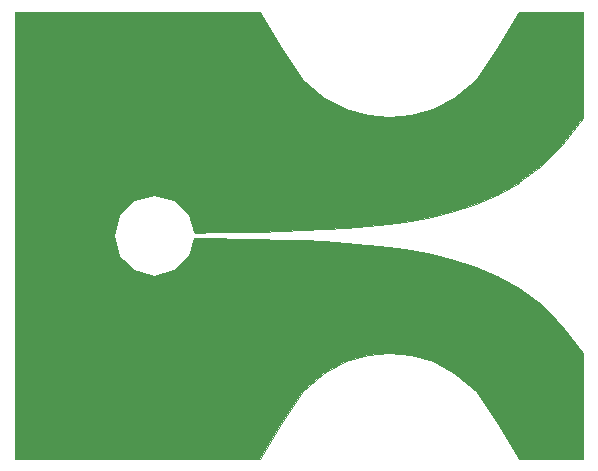
<source format=gbl>
G04 (created by PCBNEW (2013-june-11)-stable) date Mon 30 Oct 2017 03:43:58 PM CET*
%MOIN*%
G04 Gerber Fmt 3.4, Leading zero omitted, Abs format*
%FSLAX34Y34*%
G01*
G70*
G90*
G04 APERTURE LIST*
%ADD10C,0.00590551*%
%ADD11R,0.19685X0.0589*%
%ADD12C,0.038189*%
%ADD13C,0.01*%
%ADD14C,0.0011811*%
G04 APERTURE END LIST*
G54D10*
G54D11*
X71292Y-57272D03*
X71292Y-60501D03*
G54D12*
X72731Y-60602D03*
X72731Y-57137D03*
G54D13*
X71292Y-57272D02*
X71425Y-57139D01*
X71425Y-57139D02*
X72731Y-57137D01*
G54D10*
G36*
X89251Y-61258D02*
X87103Y-61258D01*
X86396Y-60099D01*
X85674Y-58998D01*
X84951Y-58387D01*
X84229Y-58011D01*
X83507Y-57804D01*
X82784Y-57738D01*
X82062Y-57804D01*
X81340Y-58011D01*
X80617Y-58387D01*
X79895Y-58998D01*
X79173Y-60099D01*
X78465Y-61258D01*
X70315Y-61258D01*
X70315Y-46355D01*
X78465Y-46355D01*
X79172Y-47514D01*
X79895Y-48615D01*
X80617Y-49226D01*
X81340Y-49601D01*
X82062Y-49809D01*
X82784Y-49876D01*
X83507Y-49809D01*
X84229Y-49601D01*
X84951Y-49226D01*
X85674Y-48615D01*
X86396Y-47514D01*
X87104Y-46355D01*
X89251Y-46355D01*
X89251Y-49895D01*
X88551Y-50800D01*
X88550Y-50802D01*
X87831Y-51508D01*
X87829Y-51510D01*
X87111Y-52045D01*
X87108Y-52046D01*
X86390Y-52454D01*
X86388Y-52454D01*
X85669Y-52764D01*
X85667Y-52765D01*
X84948Y-53000D01*
X84946Y-53000D01*
X84226Y-53179D01*
X84224Y-53179D01*
X83505Y-53315D01*
X83505Y-53315D01*
X82784Y-53419D01*
X82783Y-53419D01*
X82063Y-53497D01*
X82062Y-53497D01*
X81342Y-53557D01*
X81341Y-53557D01*
X80620Y-53602D01*
X79899Y-53637D01*
X79178Y-53663D01*
X79177Y-53663D01*
X78456Y-53683D01*
X77735Y-53698D01*
X77014Y-53709D01*
X76313Y-53718D01*
X76292Y-53702D01*
X76118Y-53135D01*
X75626Y-52642D01*
X74954Y-52462D01*
X74281Y-52642D01*
X73790Y-53135D01*
X73609Y-53798D01*
X73609Y-53816D01*
X73790Y-54479D01*
X74281Y-54971D01*
X74954Y-55151D01*
X75626Y-54971D01*
X76118Y-54479D01*
X76292Y-53911D01*
X76313Y-53896D01*
X77014Y-53904D01*
X77735Y-53916D01*
X78456Y-53931D01*
X79178Y-53951D01*
X79899Y-53977D01*
X80620Y-54011D01*
X80621Y-54011D01*
X81342Y-54057D01*
X82060Y-54115D01*
X82061Y-54116D01*
X82784Y-54195D01*
X82784Y-54195D01*
X83505Y-54298D01*
X83505Y-54298D01*
X84225Y-54433D01*
X84226Y-54434D01*
X84946Y-54613D01*
X84947Y-54614D01*
X85667Y-54849D01*
X85668Y-54850D01*
X86387Y-55158D01*
X86389Y-55159D01*
X87108Y-55567D01*
X87111Y-55568D01*
X87829Y-56105D01*
X87831Y-56106D01*
X88550Y-56812D01*
X88552Y-56814D01*
X89251Y-57717D01*
X89251Y-61258D01*
X89251Y-61258D01*
G37*
G54D14*
X89251Y-61258D02*
X87103Y-61258D01*
X86396Y-60099D01*
X85674Y-58998D01*
X84951Y-58387D01*
X84229Y-58011D01*
X83507Y-57804D01*
X82784Y-57738D01*
X82062Y-57804D01*
X81340Y-58011D01*
X80617Y-58387D01*
X79895Y-58998D01*
X79173Y-60099D01*
X78465Y-61258D01*
X70315Y-61258D01*
X70315Y-46355D01*
X78465Y-46355D01*
X79172Y-47514D01*
X79895Y-48615D01*
X80617Y-49226D01*
X81340Y-49601D01*
X82062Y-49809D01*
X82784Y-49876D01*
X83507Y-49809D01*
X84229Y-49601D01*
X84951Y-49226D01*
X85674Y-48615D01*
X86396Y-47514D01*
X87104Y-46355D01*
X89251Y-46355D01*
X89251Y-49895D01*
X88551Y-50800D01*
X88550Y-50802D01*
X87831Y-51508D01*
X87829Y-51510D01*
X87111Y-52045D01*
X87108Y-52046D01*
X86390Y-52454D01*
X86388Y-52454D01*
X85669Y-52764D01*
X85667Y-52765D01*
X84948Y-53000D01*
X84946Y-53000D01*
X84226Y-53179D01*
X84224Y-53179D01*
X83505Y-53315D01*
X83505Y-53315D01*
X82784Y-53419D01*
X82783Y-53419D01*
X82063Y-53497D01*
X82062Y-53497D01*
X81342Y-53557D01*
X81341Y-53557D01*
X80620Y-53602D01*
X79899Y-53637D01*
X79178Y-53663D01*
X79177Y-53663D01*
X78456Y-53683D01*
X77735Y-53698D01*
X77014Y-53709D01*
X76313Y-53718D01*
X76292Y-53702D01*
X76118Y-53135D01*
X75626Y-52642D01*
X74954Y-52462D01*
X74281Y-52642D01*
X73790Y-53135D01*
X73609Y-53798D01*
X73609Y-53816D01*
X73790Y-54479D01*
X74281Y-54971D01*
X74954Y-55151D01*
X75626Y-54971D01*
X76118Y-54479D01*
X76292Y-53911D01*
X76313Y-53896D01*
X77014Y-53904D01*
X77735Y-53916D01*
X78456Y-53931D01*
X79178Y-53951D01*
X79899Y-53977D01*
X80620Y-54011D01*
X80621Y-54011D01*
X81342Y-54057D01*
X82060Y-54115D01*
X82061Y-54116D01*
X82784Y-54195D01*
X82784Y-54195D01*
X83505Y-54298D01*
X83505Y-54298D01*
X84225Y-54433D01*
X84226Y-54434D01*
X84946Y-54613D01*
X84947Y-54614D01*
X85667Y-54849D01*
X85668Y-54850D01*
X86387Y-55158D01*
X86389Y-55159D01*
X87108Y-55567D01*
X87111Y-55568D01*
X87829Y-56105D01*
X87831Y-56106D01*
X88550Y-56812D01*
X88552Y-56814D01*
X89251Y-57717D01*
X89251Y-61258D01*
M02*

</source>
